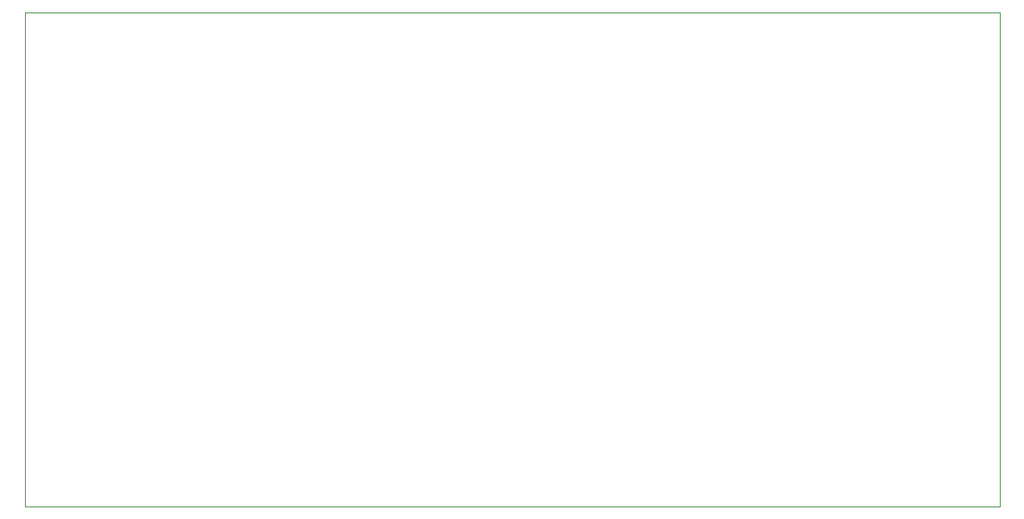
<source format=gbr>
%TF.GenerationSoftware,KiCad,Pcbnew,8.0.3*%
%TF.CreationDate,2024-08-31T13:36:08+09:00*%
%TF.ProjectId,Altair_Remote_Emergency_Stop_V1,416c7461-6972-45f5-9265-6d6f74655f45,rev?*%
%TF.SameCoordinates,Original*%
%TF.FileFunction,Profile,NP*%
%FSLAX46Y46*%
G04 Gerber Fmt 4.6, Leading zero omitted, Abs format (unit mm)*
G04 Created by KiCad (PCBNEW 8.0.3) date 2024-08-31 13:36:08*
%MOMM*%
%LPD*%
G01*
G04 APERTURE LIST*
%TA.AperFunction,Profile*%
%ADD10C,0.050000*%
%TD*%
G04 APERTURE END LIST*
D10*
X100965000Y-83185000D02*
X200025000Y-83185000D01*
X200025000Y-133350000D01*
X100965000Y-133350000D01*
X100965000Y-83185000D01*
M02*

</source>
